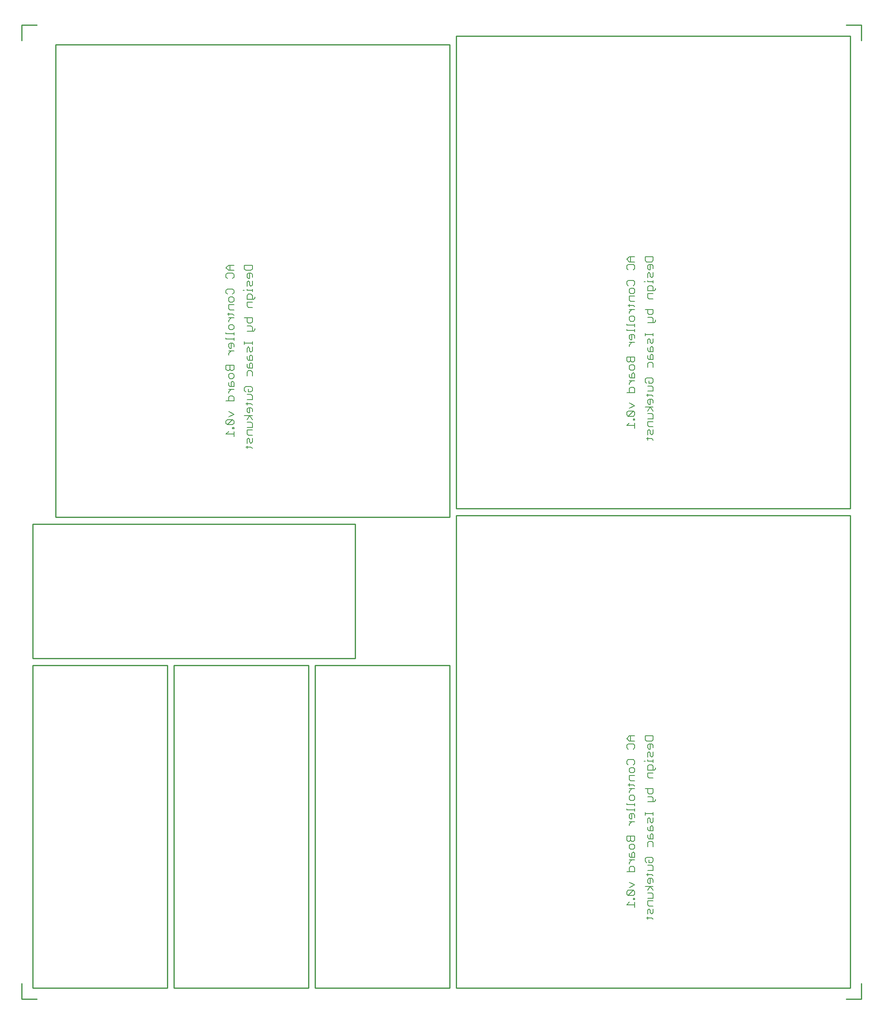
<source format=gbo>
G75*
G70*
%OFA0B0*%
%FSLAX25Y25*%
%IPPOS*%
%LPD*%
%AMOC8*
5,1,8,0,0,1.08239X$1,22.5*
%
%ADD498C,0.01000*%
%ADD598C,0.00800*%
X0020000Y0020000D02*
G75*
%LPD*%
D498*
X0019500Y0019500D02*
X0019500Y0282200D01*
X0129060Y0282200D01*
X0129060Y0019500D01*
X0019500Y0019500D01*
X0135060Y0020000D02*
G75*
%LPD*%
D498*
X0134560Y0019500D02*
X0134560Y0282200D01*
X0244120Y0282200D01*
X0244120Y0019500D01*
X0134560Y0019500D01*
X0250120Y0020000D02*
G75*
%LPD*%
D498*
X0249620Y0019500D02*
X0249620Y0282200D01*
X0359180Y0282200D01*
X0359180Y0019500D01*
X0249620Y0019500D01*
X0365180Y0020000D02*
G75*
%LPD*%
D598*
X0524840Y0075390D02*
X0523770Y0076460D01*
X0519500Y0076460D01*
X0520570Y0077530D02*
X0520570Y0075390D01*
X0520570Y0079700D02*
X0520570Y0082910D01*
X0521640Y0083970D01*
X0522700Y0082910D01*
X0522700Y0080770D01*
X0523770Y0079700D01*
X0524840Y0080770D01*
X0524840Y0083970D01*
X0524840Y0086150D02*
X0521640Y0086150D01*
X0520570Y0087220D01*
X0520570Y0090420D01*
X0524840Y0090420D01*
X0524840Y0092600D02*
X0520570Y0092600D01*
X0520570Y0096870D02*
X0523770Y0096870D01*
X0524840Y0095800D01*
X0524840Y0092600D01*
X0524840Y0099030D02*
X0522700Y0102240D01*
X0520570Y0099030D01*
X0518430Y0102240D02*
X0524840Y0102240D01*
X0522700Y0104410D02*
X0522700Y0108680D01*
X0521640Y0108680D02*
X0520570Y0107610D01*
X0520570Y0105480D01*
X0521640Y0104410D01*
X0522700Y0104410D01*
X0524840Y0105480D02*
X0524840Y0107610D01*
X0523770Y0108680D01*
X0521640Y0108680D01*
X0520570Y0110840D02*
X0520570Y0112980D01*
X0519500Y0111910D02*
X0523770Y0111910D01*
X0524840Y0110840D01*
X0524840Y0115150D02*
X0520570Y0115150D01*
X0524840Y0115150D02*
X0524840Y0118360D01*
X0523770Y0119420D01*
X0520570Y0119420D01*
X0521640Y0121600D02*
X0521640Y0123730D01*
X0521640Y0121600D02*
X0523770Y0121600D01*
X0524840Y0122670D01*
X0524840Y0124800D01*
X0523770Y0125870D01*
X0519500Y0125870D01*
X0518430Y0124800D01*
X0518430Y0122670D01*
X0519500Y0121600D01*
X0509840Y0123720D02*
X0505570Y0123720D01*
X0507700Y0123720D02*
X0505570Y0121590D01*
X0505570Y0120520D01*
X0506640Y0118350D02*
X0508770Y0118350D01*
X0509840Y0117280D01*
X0509840Y0114080D01*
X0503430Y0114080D01*
X0505570Y0114080D02*
X0505570Y0117280D01*
X0506640Y0118350D01*
X0506640Y0125900D02*
X0509840Y0125900D01*
X0509840Y0129100D01*
X0508770Y0130170D01*
X0507700Y0129100D01*
X0507700Y0125900D01*
X0506640Y0125900D02*
X0505570Y0126960D01*
X0505570Y0129100D01*
X0506640Y0132340D02*
X0508770Y0132340D01*
X0509840Y0133410D01*
X0509840Y0135540D01*
X0508770Y0136610D01*
X0506640Y0136610D01*
X0505570Y0135540D01*
X0505570Y0133410D01*
X0506640Y0132340D01*
X0507700Y0138790D02*
X0508770Y0138790D01*
X0509840Y0139850D01*
X0509840Y0143060D01*
X0503430Y0143060D01*
X0503430Y0139850D01*
X0504500Y0138790D01*
X0505570Y0138790D01*
X0506640Y0139850D01*
X0506640Y0143060D01*
X0506640Y0139850D02*
X0507700Y0138790D01*
X0520570Y0137690D02*
X0520570Y0134490D01*
X0520570Y0137690D02*
X0521640Y0138760D01*
X0523770Y0138760D01*
X0524840Y0137690D01*
X0524840Y0134490D01*
X0524840Y0140930D02*
X0524840Y0144140D01*
X0523770Y0145200D01*
X0522700Y0144140D01*
X0522700Y0140930D01*
X0521640Y0140930D02*
X0524840Y0140930D01*
X0521640Y0140930D02*
X0520570Y0142000D01*
X0520570Y0144140D01*
X0521640Y0147380D02*
X0524840Y0147380D01*
X0524840Y0150580D01*
X0523770Y0151650D01*
X0522700Y0150580D01*
X0522700Y0147380D01*
X0521640Y0147380D02*
X0520570Y0148450D01*
X0520570Y0150580D01*
X0520570Y0153830D02*
X0520570Y0157030D01*
X0521640Y0158100D01*
X0522700Y0157030D01*
X0522700Y0154890D01*
X0523770Y0153830D01*
X0524840Y0154890D01*
X0524840Y0158100D01*
X0524840Y0160260D02*
X0524840Y0162390D01*
X0524840Y0161320D02*
X0518430Y0161320D01*
X0518430Y0160260D02*
X0518430Y0162390D01*
X0520570Y0171010D02*
X0525910Y0171010D01*
X0526970Y0172080D01*
X0526970Y0173150D01*
X0524840Y0174220D02*
X0524840Y0171010D01*
X0524840Y0174220D02*
X0523770Y0175280D01*
X0520570Y0175280D01*
X0521640Y0177460D02*
X0520570Y0178530D01*
X0520570Y0181730D01*
X0518430Y0181730D02*
X0524840Y0181730D01*
X0524840Y0178530D01*
X0523770Y0177460D01*
X0521640Y0177460D01*
X0521640Y0190350D02*
X0524840Y0190350D01*
X0521640Y0190350D02*
X0520570Y0191420D01*
X0520570Y0194620D01*
X0524840Y0194620D01*
X0524840Y0196790D02*
X0524840Y0200000D01*
X0523770Y0201060D01*
X0521640Y0201060D01*
X0520570Y0200000D01*
X0520570Y0196790D01*
X0525910Y0196790D01*
X0526970Y0197860D01*
X0526970Y0198930D01*
X0524840Y0203230D02*
X0524840Y0205360D01*
X0524840Y0204290D02*
X0520570Y0204290D01*
X0520570Y0205360D01*
X0520570Y0207540D02*
X0520570Y0210740D01*
X0521640Y0211810D01*
X0522700Y0210740D01*
X0522700Y0208600D01*
X0523770Y0207540D01*
X0524840Y0208600D01*
X0524840Y0211810D01*
X0522700Y0213980D02*
X0522700Y0218250D01*
X0521640Y0218250D02*
X0520570Y0217180D01*
X0520570Y0215050D01*
X0521640Y0213980D01*
X0522700Y0213980D01*
X0524840Y0215050D02*
X0524840Y0217180D01*
X0523770Y0218250D01*
X0521640Y0218250D01*
X0523770Y0220430D02*
X0524840Y0221490D01*
X0524840Y0224700D01*
X0518430Y0224700D01*
X0518430Y0221490D01*
X0519500Y0220430D01*
X0523770Y0220430D01*
X0509840Y0220430D02*
X0505570Y0220430D01*
X0503430Y0222560D01*
X0505570Y0224700D01*
X0509840Y0224700D01*
X0506640Y0224700D02*
X0506640Y0220430D01*
X0508770Y0218250D02*
X0509840Y0217180D01*
X0509840Y0215050D01*
X0508770Y0213980D01*
X0504500Y0213980D02*
X0503430Y0215050D01*
X0503430Y0217180D01*
X0504500Y0218250D01*
X0508770Y0218250D01*
X0508770Y0205360D02*
X0509840Y0204290D01*
X0509840Y0202160D01*
X0508770Y0201090D01*
X0508770Y0198920D02*
X0506640Y0198920D01*
X0505570Y0197850D01*
X0505570Y0195710D01*
X0506640Y0194650D01*
X0508770Y0194650D01*
X0509840Y0195710D01*
X0509840Y0197850D01*
X0508770Y0198920D01*
X0504500Y0201090D02*
X0503430Y0202160D01*
X0503430Y0204290D01*
X0504500Y0205360D01*
X0508770Y0205360D01*
X0517370Y0204290D02*
X0518430Y0204290D01*
X0509840Y0192470D02*
X0505570Y0192470D01*
X0505570Y0189270D01*
X0506640Y0188200D01*
X0509840Y0188200D01*
X0508770Y0184960D02*
X0509840Y0183890D01*
X0508770Y0184960D02*
X0504500Y0184960D01*
X0505570Y0186020D02*
X0505570Y0183890D01*
X0505570Y0181730D02*
X0509840Y0181730D01*
X0507700Y0181730D02*
X0505570Y0179590D01*
X0505570Y0178530D01*
X0506640Y0176360D02*
X0508770Y0176360D01*
X0509840Y0175290D01*
X0509840Y0173150D01*
X0508770Y0172090D01*
X0506640Y0172090D01*
X0505570Y0173150D01*
X0505570Y0175290D01*
X0506640Y0176360D01*
X0509840Y0169910D02*
X0509840Y0167780D01*
X0509840Y0168840D02*
X0503430Y0168840D01*
X0503430Y0169910D01*
X0503430Y0165620D02*
X0503430Y0164550D01*
X0509840Y0164550D01*
X0509840Y0165620D02*
X0509840Y0163480D01*
X0508770Y0161320D02*
X0506640Y0161320D01*
X0505570Y0160250D01*
X0505570Y0158120D01*
X0506640Y0157050D01*
X0507700Y0157050D01*
X0507700Y0161320D01*
X0508770Y0161320D02*
X0509840Y0160250D01*
X0509840Y0158120D01*
X0509840Y0154870D02*
X0505570Y0154870D01*
X0507700Y0154870D02*
X0505570Y0152740D01*
X0505570Y0151670D01*
X0505570Y0105460D02*
X0509840Y0103320D01*
X0505570Y0101190D01*
X0504500Y0099010D02*
X0508770Y0099010D01*
X0504500Y0094740D01*
X0508770Y0094740D01*
X0509840Y0095810D01*
X0509840Y0097950D01*
X0508770Y0099010D01*
X0504500Y0099010D02*
X0503430Y0097950D01*
X0503430Y0095810D01*
X0504500Y0094740D01*
X0508770Y0092570D02*
X0508770Y0091500D01*
X0509840Y0091500D01*
X0509840Y0092570D01*
X0508770Y0092570D01*
X0509840Y0089350D02*
X0509840Y0085080D01*
X0509840Y0087210D02*
X0503430Y0087210D01*
X0505570Y0089350D01*
D498*
X0364680Y0019500D02*
X0364680Y0404200D01*
X0685640Y0404200D01*
X0685640Y0019500D01*
X0364680Y0019500D01*
X0020000Y0288200D02*
G75*
%LPD*%
D498*
X0019500Y0287700D02*
X0019500Y0397260D01*
X0282200Y0397260D01*
X0282200Y0287700D01*
X0019500Y0287700D01*
X0038720Y0403260D02*
G75*
%LPD*%
D598*
X0198380Y0458650D02*
X0197310Y0459720D01*
X0193040Y0459720D01*
X0194110Y0460790D02*
X0194110Y0458650D01*
X0194110Y0462960D02*
X0194110Y0466170D01*
X0195180Y0467230D01*
X0196240Y0466170D01*
X0196240Y0464030D01*
X0197310Y0462960D01*
X0198380Y0464030D01*
X0198380Y0467230D01*
X0198380Y0469410D02*
X0195180Y0469410D01*
X0194110Y0470480D01*
X0194110Y0473680D01*
X0198380Y0473680D01*
X0198380Y0475860D02*
X0194110Y0475860D01*
X0194110Y0480130D02*
X0197310Y0480130D01*
X0198380Y0479060D01*
X0198380Y0475860D01*
X0198380Y0482290D02*
X0196240Y0485500D01*
X0194110Y0482290D01*
X0191970Y0485500D02*
X0198380Y0485500D01*
X0196240Y0487670D02*
X0196240Y0491940D01*
X0195180Y0491940D02*
X0194110Y0490870D01*
X0194110Y0488740D01*
X0195180Y0487670D01*
X0196240Y0487670D01*
X0198380Y0488740D02*
X0198380Y0490870D01*
X0197310Y0491940D01*
X0195180Y0491940D01*
X0194110Y0494100D02*
X0194110Y0496240D01*
X0193040Y0495170D02*
X0197310Y0495170D01*
X0198380Y0494100D01*
X0198380Y0498410D02*
X0194110Y0498410D01*
X0198380Y0498410D02*
X0198380Y0501620D01*
X0197310Y0502680D01*
X0194110Y0502680D01*
X0195180Y0504860D02*
X0195180Y0506990D01*
X0195180Y0504860D02*
X0197310Y0504860D01*
X0198380Y0505930D01*
X0198380Y0508060D01*
X0197310Y0509130D01*
X0193040Y0509130D01*
X0191970Y0508060D01*
X0191970Y0505930D01*
X0193040Y0504860D01*
X0183380Y0506980D02*
X0179110Y0506980D01*
X0181240Y0506980D02*
X0179110Y0504850D01*
X0179110Y0503780D01*
X0180180Y0501610D02*
X0182310Y0501610D01*
X0183380Y0500540D01*
X0183380Y0497340D01*
X0176970Y0497340D01*
X0179110Y0497340D02*
X0179110Y0500540D01*
X0180180Y0501610D01*
X0180180Y0509160D02*
X0183380Y0509160D01*
X0183380Y0512360D01*
X0182310Y0513430D01*
X0181240Y0512360D01*
X0181240Y0509160D01*
X0180180Y0509160D02*
X0179110Y0510220D01*
X0179110Y0512360D01*
X0180180Y0515600D02*
X0182310Y0515600D01*
X0183380Y0516670D01*
X0183380Y0518800D01*
X0182310Y0519870D01*
X0180180Y0519870D01*
X0179110Y0518800D01*
X0179110Y0516670D01*
X0180180Y0515600D01*
X0181240Y0522050D02*
X0182310Y0522050D01*
X0183380Y0523110D01*
X0183380Y0526320D01*
X0176970Y0526320D01*
X0176970Y0523110D01*
X0178040Y0522050D01*
X0179110Y0522050D01*
X0180180Y0523110D01*
X0180180Y0526320D01*
X0180180Y0523110D02*
X0181240Y0522050D01*
X0194110Y0520950D02*
X0194110Y0517750D01*
X0194110Y0520950D02*
X0195180Y0522020D01*
X0197310Y0522020D01*
X0198380Y0520950D01*
X0198380Y0517750D01*
X0198380Y0524190D02*
X0198380Y0527400D01*
X0197310Y0528460D01*
X0196240Y0527400D01*
X0196240Y0524190D01*
X0195180Y0524190D02*
X0198380Y0524190D01*
X0195180Y0524190D02*
X0194110Y0525260D01*
X0194110Y0527400D01*
X0195180Y0530640D02*
X0198380Y0530640D01*
X0198380Y0533840D01*
X0197310Y0534910D01*
X0196240Y0533840D01*
X0196240Y0530640D01*
X0195180Y0530640D02*
X0194110Y0531710D01*
X0194110Y0533840D01*
X0194110Y0537090D02*
X0194110Y0540290D01*
X0195180Y0541360D01*
X0196240Y0540290D01*
X0196240Y0538150D01*
X0197310Y0537090D01*
X0198380Y0538150D01*
X0198380Y0541360D01*
X0198380Y0543520D02*
X0198380Y0545650D01*
X0198380Y0544580D02*
X0191970Y0544580D01*
X0191970Y0543520D02*
X0191970Y0545650D01*
X0194110Y0554270D02*
X0199450Y0554270D01*
X0200510Y0555340D01*
X0200510Y0556410D01*
X0198380Y0557480D02*
X0198380Y0554270D01*
X0198380Y0557480D02*
X0197310Y0558540D01*
X0194110Y0558540D01*
X0195180Y0560720D02*
X0194110Y0561790D01*
X0194110Y0564990D01*
X0191970Y0564990D02*
X0198380Y0564990D01*
X0198380Y0561790D01*
X0197310Y0560720D01*
X0195180Y0560720D01*
X0195180Y0573610D02*
X0198380Y0573610D01*
X0195180Y0573610D02*
X0194110Y0574680D01*
X0194110Y0577880D01*
X0198380Y0577880D01*
X0198380Y0580050D02*
X0198380Y0583260D01*
X0197310Y0584320D01*
X0195180Y0584320D01*
X0194110Y0583260D01*
X0194110Y0580050D01*
X0199450Y0580050D01*
X0200510Y0581120D01*
X0200510Y0582190D01*
X0198380Y0586490D02*
X0198380Y0588620D01*
X0198380Y0587550D02*
X0194110Y0587550D01*
X0194110Y0588620D01*
X0194110Y0590800D02*
X0194110Y0594000D01*
X0195180Y0595070D01*
X0196240Y0594000D01*
X0196240Y0591860D01*
X0197310Y0590800D01*
X0198380Y0591860D01*
X0198380Y0595070D01*
X0196240Y0597240D02*
X0196240Y0601510D01*
X0195180Y0601510D02*
X0194110Y0600440D01*
X0194110Y0598310D01*
X0195180Y0597240D01*
X0196240Y0597240D01*
X0198380Y0598310D02*
X0198380Y0600440D01*
X0197310Y0601510D01*
X0195180Y0601510D01*
X0197310Y0603690D02*
X0198380Y0604750D01*
X0198380Y0607960D01*
X0191970Y0607960D01*
X0191970Y0604750D01*
X0193040Y0603690D01*
X0197310Y0603690D01*
X0183380Y0603690D02*
X0179110Y0603690D01*
X0176970Y0605820D01*
X0179110Y0607960D01*
X0183380Y0607960D01*
X0180180Y0607960D02*
X0180180Y0603690D01*
X0182310Y0601510D02*
X0183380Y0600440D01*
X0183380Y0598310D01*
X0182310Y0597240D01*
X0178040Y0597240D02*
X0176970Y0598310D01*
X0176970Y0600440D01*
X0178040Y0601510D01*
X0182310Y0601510D01*
X0182310Y0588620D02*
X0183380Y0587550D01*
X0183380Y0585420D01*
X0182310Y0584350D01*
X0182310Y0582180D02*
X0180180Y0582180D01*
X0179110Y0581110D01*
X0179110Y0578970D01*
X0180180Y0577910D01*
X0182310Y0577910D01*
X0183380Y0578970D01*
X0183380Y0581110D01*
X0182310Y0582180D01*
X0178040Y0584350D02*
X0176970Y0585420D01*
X0176970Y0587550D01*
X0178040Y0588620D01*
X0182310Y0588620D01*
X0190910Y0587550D02*
X0191970Y0587550D01*
X0183380Y0575730D02*
X0179110Y0575730D01*
X0179110Y0572530D01*
X0180180Y0571460D01*
X0183380Y0571460D01*
X0182310Y0568220D02*
X0183380Y0567150D01*
X0182310Y0568220D02*
X0178040Y0568220D01*
X0179110Y0569280D02*
X0179110Y0567150D01*
X0179110Y0564990D02*
X0183380Y0564990D01*
X0181240Y0564990D02*
X0179110Y0562850D01*
X0179110Y0561790D01*
X0180180Y0559620D02*
X0182310Y0559620D01*
X0183380Y0558550D01*
X0183380Y0556410D01*
X0182310Y0555350D01*
X0180180Y0555350D01*
X0179110Y0556410D01*
X0179110Y0558550D01*
X0180180Y0559620D01*
X0183380Y0553170D02*
X0183380Y0551040D01*
X0183380Y0552100D02*
X0176970Y0552100D01*
X0176970Y0553170D01*
X0176970Y0548880D02*
X0176970Y0547810D01*
X0183380Y0547810D01*
X0183380Y0548880D02*
X0183380Y0546740D01*
X0182310Y0544580D02*
X0180180Y0544580D01*
X0179110Y0543510D01*
X0179110Y0541380D01*
X0180180Y0540310D01*
X0181240Y0540310D01*
X0181240Y0544580D01*
X0182310Y0544580D02*
X0183380Y0543510D01*
X0183380Y0541380D01*
X0183380Y0538130D02*
X0179110Y0538130D01*
X0181240Y0538130D02*
X0179110Y0536000D01*
X0179110Y0534930D01*
X0179110Y0488720D02*
X0183380Y0486580D01*
X0179110Y0484450D01*
X0178040Y0482270D02*
X0182310Y0482270D01*
X0178040Y0478000D01*
X0182310Y0478000D01*
X0183380Y0479070D01*
X0183380Y0481210D01*
X0182310Y0482270D01*
X0178040Y0482270D02*
X0176970Y0481210D01*
X0176970Y0479070D01*
X0178040Y0478000D01*
X0182310Y0475830D02*
X0182310Y0474760D01*
X0183380Y0474760D01*
X0183380Y0475830D01*
X0182310Y0475830D01*
X0183380Y0472610D02*
X0183380Y0468340D01*
X0183380Y0470470D02*
X0176970Y0470470D01*
X0179110Y0472610D01*
D498*
X0038220Y0402760D02*
X0038220Y0787460D01*
X0359180Y0787460D01*
X0359180Y0402760D01*
X0038220Y0402760D01*
X0365180Y0410200D02*
G75*
%LPD*%
D598*
X0524840Y0465590D02*
X0523770Y0466660D01*
X0519500Y0466660D01*
X0520570Y0467730D02*
X0520570Y0465590D01*
X0520570Y0469900D02*
X0520570Y0473110D01*
X0521640Y0474170D01*
X0522700Y0473110D01*
X0522700Y0470970D01*
X0523770Y0469900D01*
X0524840Y0470970D01*
X0524840Y0474170D01*
X0524840Y0476350D02*
X0521640Y0476350D01*
X0520570Y0477420D01*
X0520570Y0480620D01*
X0524840Y0480620D01*
X0524840Y0482800D02*
X0520570Y0482800D01*
X0520570Y0487070D02*
X0523770Y0487070D01*
X0524840Y0486000D01*
X0524840Y0482800D01*
X0524840Y0489230D02*
X0522700Y0492440D01*
X0520570Y0489230D01*
X0518430Y0492440D02*
X0524840Y0492440D01*
X0522700Y0494610D02*
X0522700Y0498880D01*
X0521640Y0498880D02*
X0520570Y0497810D01*
X0520570Y0495680D01*
X0521640Y0494610D01*
X0522700Y0494610D01*
X0524840Y0495680D02*
X0524840Y0497810D01*
X0523770Y0498880D01*
X0521640Y0498880D01*
X0520570Y0501040D02*
X0520570Y0503180D01*
X0519500Y0502110D02*
X0523770Y0502110D01*
X0524840Y0501040D01*
X0524840Y0505350D02*
X0520570Y0505350D01*
X0524840Y0505350D02*
X0524840Y0508560D01*
X0523770Y0509620D01*
X0520570Y0509620D01*
X0521640Y0511800D02*
X0521640Y0513930D01*
X0521640Y0511800D02*
X0523770Y0511800D01*
X0524840Y0512870D01*
X0524840Y0515000D01*
X0523770Y0516070D01*
X0519500Y0516070D01*
X0518430Y0515000D01*
X0518430Y0512870D01*
X0519500Y0511800D01*
X0509840Y0513920D02*
X0505570Y0513920D01*
X0507700Y0513920D02*
X0505570Y0511790D01*
X0505570Y0510720D01*
X0506640Y0508550D02*
X0508770Y0508550D01*
X0509840Y0507480D01*
X0509840Y0504280D01*
X0503430Y0504280D01*
X0505570Y0504280D02*
X0505570Y0507480D01*
X0506640Y0508550D01*
X0506640Y0516100D02*
X0509840Y0516100D01*
X0509840Y0519300D01*
X0508770Y0520370D01*
X0507700Y0519300D01*
X0507700Y0516100D01*
X0506640Y0516100D02*
X0505570Y0517160D01*
X0505570Y0519300D01*
X0506640Y0522540D02*
X0508770Y0522540D01*
X0509840Y0523610D01*
X0509840Y0525740D01*
X0508770Y0526810D01*
X0506640Y0526810D01*
X0505570Y0525740D01*
X0505570Y0523610D01*
X0506640Y0522540D01*
X0507700Y0528990D02*
X0508770Y0528990D01*
X0509840Y0530050D01*
X0509840Y0533260D01*
X0503430Y0533260D01*
X0503430Y0530050D01*
X0504500Y0528990D01*
X0505570Y0528990D01*
X0506640Y0530050D01*
X0506640Y0533260D01*
X0506640Y0530050D02*
X0507700Y0528990D01*
X0520570Y0527890D02*
X0520570Y0524690D01*
X0520570Y0527890D02*
X0521640Y0528960D01*
X0523770Y0528960D01*
X0524840Y0527890D01*
X0524840Y0524690D01*
X0524840Y0531130D02*
X0524840Y0534340D01*
X0523770Y0535400D01*
X0522700Y0534340D01*
X0522700Y0531130D01*
X0521640Y0531130D02*
X0524840Y0531130D01*
X0521640Y0531130D02*
X0520570Y0532200D01*
X0520570Y0534340D01*
X0521640Y0537580D02*
X0524840Y0537580D01*
X0524840Y0540780D01*
X0523770Y0541850D01*
X0522700Y0540780D01*
X0522700Y0537580D01*
X0521640Y0537580D02*
X0520570Y0538650D01*
X0520570Y0540780D01*
X0520570Y0544030D02*
X0520570Y0547230D01*
X0521640Y0548300D01*
X0522700Y0547230D01*
X0522700Y0545090D01*
X0523770Y0544030D01*
X0524840Y0545090D01*
X0524840Y0548300D01*
X0524840Y0550460D02*
X0524840Y0552590D01*
X0524840Y0551520D02*
X0518430Y0551520D01*
X0518430Y0550460D02*
X0518430Y0552590D01*
X0520570Y0561210D02*
X0525910Y0561210D01*
X0526970Y0562280D01*
X0526970Y0563350D01*
X0524840Y0564420D02*
X0524840Y0561210D01*
X0524840Y0564420D02*
X0523770Y0565480D01*
X0520570Y0565480D01*
X0521640Y0567660D02*
X0520570Y0568730D01*
X0520570Y0571930D01*
X0518430Y0571930D02*
X0524840Y0571930D01*
X0524840Y0568730D01*
X0523770Y0567660D01*
X0521640Y0567660D01*
X0521640Y0580550D02*
X0524840Y0580550D01*
X0521640Y0580550D02*
X0520570Y0581620D01*
X0520570Y0584820D01*
X0524840Y0584820D01*
X0524840Y0586990D02*
X0524840Y0590200D01*
X0523770Y0591260D01*
X0521640Y0591260D01*
X0520570Y0590200D01*
X0520570Y0586990D01*
X0525910Y0586990D01*
X0526970Y0588060D01*
X0526970Y0589130D01*
X0524840Y0593430D02*
X0524840Y0595560D01*
X0524840Y0594490D02*
X0520570Y0594490D01*
X0520570Y0595560D01*
X0520570Y0597740D02*
X0520570Y0600940D01*
X0521640Y0602010D01*
X0522700Y0600940D01*
X0522700Y0598800D01*
X0523770Y0597740D01*
X0524840Y0598800D01*
X0524840Y0602010D01*
X0522700Y0604180D02*
X0522700Y0608450D01*
X0521640Y0608450D02*
X0520570Y0607380D01*
X0520570Y0605250D01*
X0521640Y0604180D01*
X0522700Y0604180D01*
X0524840Y0605250D02*
X0524840Y0607380D01*
X0523770Y0608450D01*
X0521640Y0608450D01*
X0523770Y0610630D02*
X0524840Y0611690D01*
X0524840Y0614900D01*
X0518430Y0614900D01*
X0518430Y0611690D01*
X0519500Y0610630D01*
X0523770Y0610630D01*
X0509840Y0610630D02*
X0505570Y0610630D01*
X0503430Y0612760D01*
X0505570Y0614900D01*
X0509840Y0614900D01*
X0506640Y0614900D02*
X0506640Y0610630D01*
X0508770Y0608450D02*
X0509840Y0607380D01*
X0509840Y0605250D01*
X0508770Y0604180D01*
X0504500Y0604180D02*
X0503430Y0605250D01*
X0503430Y0607380D01*
X0504500Y0608450D01*
X0508770Y0608450D01*
X0508770Y0595560D02*
X0509840Y0594490D01*
X0509840Y0592360D01*
X0508770Y0591290D01*
X0508770Y0589120D02*
X0506640Y0589120D01*
X0505570Y0588050D01*
X0505570Y0585910D01*
X0506640Y0584850D01*
X0508770Y0584850D01*
X0509840Y0585910D01*
X0509840Y0588050D01*
X0508770Y0589120D01*
X0504500Y0591290D02*
X0503430Y0592360D01*
X0503430Y0594490D01*
X0504500Y0595560D01*
X0508770Y0595560D01*
X0517370Y0594490D02*
X0518430Y0594490D01*
X0509840Y0582670D02*
X0505570Y0582670D01*
X0505570Y0579470D01*
X0506640Y0578400D01*
X0509840Y0578400D01*
X0508770Y0575160D02*
X0509840Y0574090D01*
X0508770Y0575160D02*
X0504500Y0575160D01*
X0505570Y0576220D02*
X0505570Y0574090D01*
X0505570Y0571930D02*
X0509840Y0571930D01*
X0507700Y0571930D02*
X0505570Y0569790D01*
X0505570Y0568730D01*
X0506640Y0566560D02*
X0508770Y0566560D01*
X0509840Y0565490D01*
X0509840Y0563350D01*
X0508770Y0562290D01*
X0506640Y0562290D01*
X0505570Y0563350D01*
X0505570Y0565490D01*
X0506640Y0566560D01*
X0509840Y0560110D02*
X0509840Y0557980D01*
X0509840Y0559040D02*
X0503430Y0559040D01*
X0503430Y0560110D01*
X0503430Y0555820D02*
X0503430Y0554750D01*
X0509840Y0554750D01*
X0509840Y0555820D02*
X0509840Y0553680D01*
X0508770Y0551520D02*
X0506640Y0551520D01*
X0505570Y0550450D01*
X0505570Y0548320D01*
X0506640Y0547250D01*
X0507700Y0547250D01*
X0507700Y0551520D01*
X0508770Y0551520D02*
X0509840Y0550450D01*
X0509840Y0548320D01*
X0509840Y0545070D02*
X0505570Y0545070D01*
X0507700Y0545070D02*
X0505570Y0542940D01*
X0505570Y0541870D01*
X0505570Y0495660D02*
X0509840Y0493520D01*
X0505570Y0491390D01*
X0504500Y0489210D02*
X0508770Y0489210D01*
X0504500Y0484940D01*
X0508770Y0484940D01*
X0509840Y0486010D01*
X0509840Y0488150D01*
X0508770Y0489210D01*
X0504500Y0489210D02*
X0503430Y0488150D01*
X0503430Y0486010D01*
X0504500Y0484940D01*
X0508770Y0482770D02*
X0508770Y0481700D01*
X0509840Y0481700D01*
X0509840Y0482770D01*
X0508770Y0482770D01*
X0509840Y0479550D02*
X0509840Y0475280D01*
X0509840Y0477410D02*
X0503430Y0477410D01*
X0505570Y0479550D01*
D498*
X0364680Y0409700D02*
X0364680Y0794400D01*
X0685640Y0794400D01*
X0685640Y0409700D01*
X0364680Y0409700D01*
D498*
X0023000Y0010500D02*
X0010500Y0010500D01*
X0010500Y0023000D01*
X0694640Y0023000D02*
X0694640Y0010500D01*
X0682140Y0010500D01*
X0682140Y0803400D02*
X0694640Y0803400D01*
X0694640Y0790900D01*
X0010500Y0790900D02*
X0010500Y0803400D01*
X0023000Y0803400D01*
M02*

</source>
